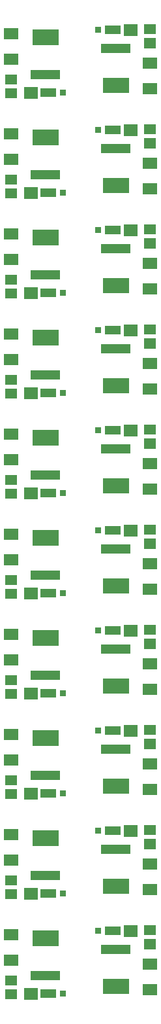
<source format=gbr>
G04 start of page 10 for group -4015 idx -4015 *
G04 Title: (unknown), toppaste *
G04 Creator: pcb 4.0.2 *
G04 CreationDate: Fri Feb  3 04:46:59 2023 UTC *
G04 For: ndholmes *
G04 Format: Gerber/RS-274X *
G04 PCB-Dimensions (mil): 1620.00 5800.00 *
G04 PCB-Coordinate-Origin: lower left *
%MOIN*%
%FSLAX25Y25*%
%LNTOPPASTE*%
%ADD28C,0.0001*%
G54D28*G36*
X55520Y515232D02*Y510508D01*
X70480D01*
Y515232D01*
X55520D01*
G37*
G36*
X56307Y535705D02*Y527831D01*
X69693D01*
Y535705D01*
X56307D01*
G37*
G36*
X42548Y512802D02*Y507684D01*
X48452D01*
Y512802D01*
X42548D01*
G37*
G36*
Y505716D02*Y500598D01*
X48452D01*
Y505716D01*
X42548D01*
G37*
G36*
X70425Y505075D02*Y501925D01*
X73575D01*
Y505075D01*
X70425D01*
G37*
G36*
X60583Y505665D02*Y501335D01*
X68457D01*
Y505665D01*
X60583D01*
G37*
G36*
X52000Y506500D02*Y500500D01*
X59000D01*
Y506500D01*
X52000D01*
G37*
G36*
X41750Y536250D02*Y530750D01*
X49250D01*
Y536250D01*
X41750D01*
G37*
G36*
Y523250D02*Y517750D01*
X49250D01*
Y523250D01*
X41750D01*
G37*
G36*
X55520Y464232D02*Y459508D01*
X70480D01*
Y464232D01*
X55520D01*
G37*
G36*
X56307Y484705D02*Y476831D01*
X69693D01*
Y484705D01*
X56307D01*
G37*
G36*
X42548Y461802D02*Y456684D01*
X48452D01*
Y461802D01*
X42548D01*
G37*
G36*
Y454716D02*Y449598D01*
X48452D01*
Y454716D01*
X42548D01*
G37*
G36*
X70425Y454075D02*Y450925D01*
X73575D01*
Y454075D01*
X70425D01*
G37*
G36*
X60583Y454665D02*Y450335D01*
X68457D01*
Y454665D01*
X60583D01*
G37*
G36*
X52000Y455500D02*Y449500D01*
X59000D01*
Y455500D01*
X52000D01*
G37*
G36*
X41750Y485250D02*Y479750D01*
X49250D01*
Y485250D01*
X41750D01*
G37*
G36*
Y472250D02*Y466750D01*
X49250D01*
Y472250D01*
X41750D01*
G37*
G36*
X55520Y413232D02*Y408508D01*
X70480D01*
Y413232D01*
X55520D01*
G37*
G36*
X56307Y433705D02*Y425831D01*
X69693D01*
Y433705D01*
X56307D01*
G37*
G36*
X42548Y410802D02*Y405684D01*
X48452D01*
Y410802D01*
X42548D01*
G37*
G36*
Y403716D02*Y398598D01*
X48452D01*
Y403716D01*
X42548D01*
G37*
G36*
X70425Y403075D02*Y399925D01*
X73575D01*
Y403075D01*
X70425D01*
G37*
G36*
X60583Y403665D02*Y399335D01*
X68457D01*
Y403665D01*
X60583D01*
G37*
G36*
X52000Y404500D02*Y398500D01*
X59000D01*
Y404500D01*
X52000D01*
G37*
G36*
X41750Y434250D02*Y428750D01*
X49250D01*
Y434250D01*
X41750D01*
G37*
G36*
Y421250D02*Y415750D01*
X49250D01*
Y421250D01*
X41750D01*
G37*
G36*
X55520Y362232D02*Y357508D01*
X70480D01*
Y362232D01*
X55520D01*
G37*
G36*
X56307Y382705D02*Y374831D01*
X69693D01*
Y382705D01*
X56307D01*
G37*
G36*
X42548Y359802D02*Y354684D01*
X48452D01*
Y359802D01*
X42548D01*
G37*
G36*
Y352716D02*Y347598D01*
X48452D01*
Y352716D01*
X42548D01*
G37*
G36*
X70425Y352075D02*Y348925D01*
X73575D01*
Y352075D01*
X70425D01*
G37*
G36*
X60583Y352665D02*Y348335D01*
X68457D01*
Y352665D01*
X60583D01*
G37*
G36*
X52000Y353500D02*Y347500D01*
X59000D01*
Y353500D01*
X52000D01*
G37*
G36*
X41750Y383250D02*Y377750D01*
X49250D01*
Y383250D01*
X41750D01*
G37*
G36*
Y370250D02*Y364750D01*
X49250D01*
Y370250D01*
X41750D01*
G37*
G36*
X55520Y311232D02*Y306508D01*
X70480D01*
Y311232D01*
X55520D01*
G37*
G36*
X56307Y331705D02*Y323831D01*
X69693D01*
Y331705D01*
X56307D01*
G37*
G36*
X42548Y308802D02*Y303684D01*
X48452D01*
Y308802D01*
X42548D01*
G37*
G36*
Y301716D02*Y296598D01*
X48452D01*
Y301716D01*
X42548D01*
G37*
G36*
X70425Y301075D02*Y297925D01*
X73575D01*
Y301075D01*
X70425D01*
G37*
G36*
X60583Y301665D02*Y297335D01*
X68457D01*
Y301665D01*
X60583D01*
G37*
G36*
X52000Y302500D02*Y296500D01*
X59000D01*
Y302500D01*
X52000D01*
G37*
G36*
X41750Y332250D02*Y326750D01*
X49250D01*
Y332250D01*
X41750D01*
G37*
G36*
Y319250D02*Y313750D01*
X49250D01*
Y319250D01*
X41750D01*
G37*
G36*
X55520Y260232D02*Y255508D01*
X70480D01*
Y260232D01*
X55520D01*
G37*
G36*
X56307Y280705D02*Y272831D01*
X69693D01*
Y280705D01*
X56307D01*
G37*
G36*
X42548Y257802D02*Y252684D01*
X48452D01*
Y257802D01*
X42548D01*
G37*
G36*
Y250716D02*Y245598D01*
X48452D01*
Y250716D01*
X42548D01*
G37*
G36*
X70425Y250075D02*Y246925D01*
X73575D01*
Y250075D01*
X70425D01*
G37*
G36*
X60583Y250665D02*Y246335D01*
X68457D01*
Y250665D01*
X60583D01*
G37*
G36*
X52000Y251500D02*Y245500D01*
X59000D01*
Y251500D01*
X52000D01*
G37*
G36*
X41750Y281250D02*Y275750D01*
X49250D01*
Y281250D01*
X41750D01*
G37*
G36*
Y268250D02*Y262750D01*
X49250D01*
Y268250D01*
X41750D01*
G37*
G36*
X55520Y209232D02*Y204508D01*
X70480D01*
Y209232D01*
X55520D01*
G37*
G36*
X56307Y229705D02*Y221831D01*
X69693D01*
Y229705D01*
X56307D01*
G37*
G36*
X42548Y206802D02*Y201684D01*
X48452D01*
Y206802D01*
X42548D01*
G37*
G36*
Y199716D02*Y194598D01*
X48452D01*
Y199716D01*
X42548D01*
G37*
G36*
X70425Y199075D02*Y195925D01*
X73575D01*
Y199075D01*
X70425D01*
G37*
G36*
X60583Y199665D02*Y195335D01*
X68457D01*
Y199665D01*
X60583D01*
G37*
G36*
X52000Y200500D02*Y194500D01*
X59000D01*
Y200500D01*
X52000D01*
G37*
G36*
X41750Y230250D02*Y224750D01*
X49250D01*
Y230250D01*
X41750D01*
G37*
G36*
Y217250D02*Y211750D01*
X49250D01*
Y217250D01*
X41750D01*
G37*
G36*
X55520Y158232D02*Y153508D01*
X70480D01*
Y158232D01*
X55520D01*
G37*
G36*
X56307Y178705D02*Y170831D01*
X69693D01*
Y178705D01*
X56307D01*
G37*
G36*
X42548Y155802D02*Y150684D01*
X48452D01*
Y155802D01*
X42548D01*
G37*
G36*
Y148716D02*Y143598D01*
X48452D01*
Y148716D01*
X42548D01*
G37*
G36*
X70425Y148075D02*Y144925D01*
X73575D01*
Y148075D01*
X70425D01*
G37*
G36*
X60583Y148665D02*Y144335D01*
X68457D01*
Y148665D01*
X60583D01*
G37*
G36*
X52000Y149500D02*Y143500D01*
X59000D01*
Y149500D01*
X52000D01*
G37*
G36*
X41750Y179250D02*Y173750D01*
X49250D01*
Y179250D01*
X41750D01*
G37*
G36*
Y166250D02*Y160750D01*
X49250D01*
Y166250D01*
X41750D01*
G37*
G36*
X55520Y107232D02*Y102508D01*
X70480D01*
Y107232D01*
X55520D01*
G37*
G36*
X56307Y127705D02*Y119831D01*
X69693D01*
Y127705D01*
X56307D01*
G37*
G36*
X42548Y104802D02*Y99684D01*
X48452D01*
Y104802D01*
X42548D01*
G37*
G36*
Y97716D02*Y92598D01*
X48452D01*
Y97716D01*
X42548D01*
G37*
G36*
X70425Y97075D02*Y93925D01*
X73575D01*
Y97075D01*
X70425D01*
G37*
G36*
X60583Y97665D02*Y93335D01*
X68457D01*
Y97665D01*
X60583D01*
G37*
G36*
X52000Y98500D02*Y92500D01*
X59000D01*
Y98500D01*
X52000D01*
G37*
G36*
X41750Y128250D02*Y122750D01*
X49250D01*
Y128250D01*
X41750D01*
G37*
G36*
Y115250D02*Y109750D01*
X49250D01*
Y115250D01*
X41750D01*
G37*
G36*
X55520Y56232D02*Y51508D01*
X70480D01*
Y56232D01*
X55520D01*
G37*
G36*
X56307Y76705D02*Y68831D01*
X69693D01*
Y76705D01*
X56307D01*
G37*
G36*
X42548Y53802D02*Y48684D01*
X48452D01*
Y53802D01*
X42548D01*
G37*
G36*
Y46716D02*Y41598D01*
X48452D01*
Y46716D01*
X42548D01*
G37*
G36*
X70425Y46075D02*Y42925D01*
X73575D01*
Y46075D01*
X70425D01*
G37*
G36*
X60583Y46665D02*Y42335D01*
X68457D01*
Y46665D01*
X60583D01*
G37*
G36*
X52000Y47500D02*Y41500D01*
X59000D01*
Y47500D01*
X52000D01*
G37*
G36*
X41750Y77250D02*Y71750D01*
X49250D01*
Y77250D01*
X41750D01*
G37*
G36*
Y64250D02*Y58750D01*
X49250D01*
Y64250D01*
X41750D01*
G37*
G36*
X91520Y69492D02*Y64768D01*
X106480D01*
Y69492D01*
X91520D01*
G37*
G36*
X92307Y52169D02*Y44295D01*
X105693D01*
Y52169D01*
X92307D01*
G37*
G36*
X113548Y72316D02*Y67198D01*
X119452D01*
Y72316D01*
X113548D01*
G37*
G36*
Y79402D02*Y74284D01*
X119452D01*
Y79402D01*
X113548D01*
G37*
G36*
X88425Y78075D02*Y74925D01*
X91575D01*
Y78075D01*
X88425D01*
G37*
G36*
X93543Y78665D02*Y74335D01*
X101417D01*
Y78665D01*
X93543D01*
G37*
G36*
X103000Y79500D02*Y73500D01*
X110000D01*
Y79500D01*
X103000D01*
G37*
G36*
X112750Y49250D02*Y43750D01*
X120250D01*
Y49250D01*
X112750D01*
G37*
G36*
Y62250D02*Y56750D01*
X120250D01*
Y62250D01*
X112750D01*
G37*
G36*
X91520Y120492D02*Y115768D01*
X106480D01*
Y120492D01*
X91520D01*
G37*
G36*
X92307Y103169D02*Y95295D01*
X105693D01*
Y103169D01*
X92307D01*
G37*
G36*
X113548Y123316D02*Y118198D01*
X119452D01*
Y123316D01*
X113548D01*
G37*
G36*
Y130402D02*Y125284D01*
X119452D01*
Y130402D01*
X113548D01*
G37*
G36*
X88425Y129075D02*Y125925D01*
X91575D01*
Y129075D01*
X88425D01*
G37*
G36*
X93543Y129665D02*Y125335D01*
X101417D01*
Y129665D01*
X93543D01*
G37*
G36*
X103000Y130500D02*Y124500D01*
X110000D01*
Y130500D01*
X103000D01*
G37*
G36*
X112750Y100250D02*Y94750D01*
X120250D01*
Y100250D01*
X112750D01*
G37*
G36*
Y113250D02*Y107750D01*
X120250D01*
Y113250D01*
X112750D01*
G37*
G36*
X91520Y171492D02*Y166768D01*
X106480D01*
Y171492D01*
X91520D01*
G37*
G36*
X92307Y154169D02*Y146295D01*
X105693D01*
Y154169D01*
X92307D01*
G37*
G36*
X113548Y174316D02*Y169198D01*
X119452D01*
Y174316D01*
X113548D01*
G37*
G36*
Y181402D02*Y176284D01*
X119452D01*
Y181402D01*
X113548D01*
G37*
G36*
X88425Y180075D02*Y176925D01*
X91575D01*
Y180075D01*
X88425D01*
G37*
G36*
X93543Y180665D02*Y176335D01*
X101417D01*
Y180665D01*
X93543D01*
G37*
G36*
X103000Y181500D02*Y175500D01*
X110000D01*
Y181500D01*
X103000D01*
G37*
G36*
X112750Y151250D02*Y145750D01*
X120250D01*
Y151250D01*
X112750D01*
G37*
G36*
Y164250D02*Y158750D01*
X120250D01*
Y164250D01*
X112750D01*
G37*
G36*
X91520Y222492D02*Y217768D01*
X106480D01*
Y222492D01*
X91520D01*
G37*
G36*
X92307Y205169D02*Y197295D01*
X105693D01*
Y205169D01*
X92307D01*
G37*
G36*
X113548Y225316D02*Y220198D01*
X119452D01*
Y225316D01*
X113548D01*
G37*
G36*
Y232402D02*Y227284D01*
X119452D01*
Y232402D01*
X113548D01*
G37*
G36*
X88425Y231075D02*Y227925D01*
X91575D01*
Y231075D01*
X88425D01*
G37*
G36*
X93543Y231665D02*Y227335D01*
X101417D01*
Y231665D01*
X93543D01*
G37*
G36*
X103000Y232500D02*Y226500D01*
X110000D01*
Y232500D01*
X103000D01*
G37*
G36*
X112750Y202250D02*Y196750D01*
X120250D01*
Y202250D01*
X112750D01*
G37*
G36*
Y215250D02*Y209750D01*
X120250D01*
Y215250D01*
X112750D01*
G37*
G36*
X91520Y273492D02*Y268768D01*
X106480D01*
Y273492D01*
X91520D01*
G37*
G36*
X92307Y256169D02*Y248295D01*
X105693D01*
Y256169D01*
X92307D01*
G37*
G36*
X113548Y276316D02*Y271198D01*
X119452D01*
Y276316D01*
X113548D01*
G37*
G36*
Y283402D02*Y278284D01*
X119452D01*
Y283402D01*
X113548D01*
G37*
G36*
X88425Y282075D02*Y278925D01*
X91575D01*
Y282075D01*
X88425D01*
G37*
G36*
X93543Y282665D02*Y278335D01*
X101417D01*
Y282665D01*
X93543D01*
G37*
G36*
X103000Y283500D02*Y277500D01*
X110000D01*
Y283500D01*
X103000D01*
G37*
G36*
X112750Y253250D02*Y247750D01*
X120250D01*
Y253250D01*
X112750D01*
G37*
G36*
Y266250D02*Y260750D01*
X120250D01*
Y266250D01*
X112750D01*
G37*
G36*
X91520Y324492D02*Y319768D01*
X106480D01*
Y324492D01*
X91520D01*
G37*
G36*
X92307Y307169D02*Y299295D01*
X105693D01*
Y307169D01*
X92307D01*
G37*
G36*
X113548Y327316D02*Y322198D01*
X119452D01*
Y327316D01*
X113548D01*
G37*
G36*
Y334402D02*Y329284D01*
X119452D01*
Y334402D01*
X113548D01*
G37*
G36*
X88425Y333075D02*Y329925D01*
X91575D01*
Y333075D01*
X88425D01*
G37*
G36*
X93543Y333665D02*Y329335D01*
X101417D01*
Y333665D01*
X93543D01*
G37*
G36*
X103000Y334500D02*Y328500D01*
X110000D01*
Y334500D01*
X103000D01*
G37*
G36*
X112750Y304250D02*Y298750D01*
X120250D01*
Y304250D01*
X112750D01*
G37*
G36*
Y317250D02*Y311750D01*
X120250D01*
Y317250D01*
X112750D01*
G37*
G36*
X91520Y375492D02*Y370768D01*
X106480D01*
Y375492D01*
X91520D01*
G37*
G36*
X92307Y358169D02*Y350295D01*
X105693D01*
Y358169D01*
X92307D01*
G37*
G36*
X113548Y378316D02*Y373198D01*
X119452D01*
Y378316D01*
X113548D01*
G37*
G36*
Y385402D02*Y380284D01*
X119452D01*
Y385402D01*
X113548D01*
G37*
G36*
X88425Y384075D02*Y380925D01*
X91575D01*
Y384075D01*
X88425D01*
G37*
G36*
X93543Y384665D02*Y380335D01*
X101417D01*
Y384665D01*
X93543D01*
G37*
G36*
X103000Y385500D02*Y379500D01*
X110000D01*
Y385500D01*
X103000D01*
G37*
G36*
X112750Y355250D02*Y349750D01*
X120250D01*
Y355250D01*
X112750D01*
G37*
G36*
Y368250D02*Y362750D01*
X120250D01*
Y368250D01*
X112750D01*
G37*
G36*
X91520Y426492D02*Y421768D01*
X106480D01*
Y426492D01*
X91520D01*
G37*
G36*
X92307Y409169D02*Y401295D01*
X105693D01*
Y409169D01*
X92307D01*
G37*
G36*
X113548Y429316D02*Y424198D01*
X119452D01*
Y429316D01*
X113548D01*
G37*
G36*
Y436402D02*Y431284D01*
X119452D01*
Y436402D01*
X113548D01*
G37*
G36*
X88425Y435075D02*Y431925D01*
X91575D01*
Y435075D01*
X88425D01*
G37*
G36*
X93543Y435665D02*Y431335D01*
X101417D01*
Y435665D01*
X93543D01*
G37*
G36*
X103000Y436500D02*Y430500D01*
X110000D01*
Y436500D01*
X103000D01*
G37*
G36*
X112750Y406250D02*Y400750D01*
X120250D01*
Y406250D01*
X112750D01*
G37*
G36*
Y419250D02*Y413750D01*
X120250D01*
Y419250D01*
X112750D01*
G37*
G36*
X91520Y477492D02*Y472768D01*
X106480D01*
Y477492D01*
X91520D01*
G37*
G36*
X92307Y460169D02*Y452295D01*
X105693D01*
Y460169D01*
X92307D01*
G37*
G36*
X113548Y480316D02*Y475198D01*
X119452D01*
Y480316D01*
X113548D01*
G37*
G36*
Y487402D02*Y482284D01*
X119452D01*
Y487402D01*
X113548D01*
G37*
G36*
X88425Y486075D02*Y482925D01*
X91575D01*
Y486075D01*
X88425D01*
G37*
G36*
X93543Y486665D02*Y482335D01*
X101417D01*
Y486665D01*
X93543D01*
G37*
G36*
X103000Y487500D02*Y481500D01*
X110000D01*
Y487500D01*
X103000D01*
G37*
G36*
X112750Y457250D02*Y451750D01*
X120250D01*
Y457250D01*
X112750D01*
G37*
G36*
Y470250D02*Y464750D01*
X120250D01*
Y470250D01*
X112750D01*
G37*
G36*
X91520Y528492D02*Y523768D01*
X106480D01*
Y528492D01*
X91520D01*
G37*
G36*
X92307Y511169D02*Y503295D01*
X105693D01*
Y511169D01*
X92307D01*
G37*
G36*
X113548Y531316D02*Y526198D01*
X119452D01*
Y531316D01*
X113548D01*
G37*
G36*
Y538402D02*Y533284D01*
X119452D01*
Y538402D01*
X113548D01*
G37*
G36*
X88425Y537075D02*Y533925D01*
X91575D01*
Y537075D01*
X88425D01*
G37*
G36*
X93543Y537665D02*Y533335D01*
X101417D01*
Y537665D01*
X93543D01*
G37*
G36*
X103000Y538500D02*Y532500D01*
X110000D01*
Y538500D01*
X103000D01*
G37*
G36*
X112750Y508250D02*Y502750D01*
X120250D01*
Y508250D01*
X112750D01*
G37*
G36*
Y521250D02*Y515750D01*
X120250D01*
Y521250D01*
X112750D01*
G37*
M02*

</source>
